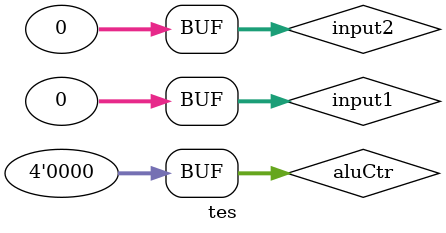
<source format=v>
`timescale 1ns / 1ps


module tes;

	// Inputs
	reg [31:0] input1;
	reg [31:0] input2;
	reg [3:0] aluCtr;

	// Outputs
	wire zero;
	wire [31:0] aluRes;

	// Instantiate the Unit Under Test (UUT)
	Alu uut (
		.input1(input1), 
		.input2(input2), 
		.aluCtr(aluCtr), 
		.zero(zero), 
		.aluRes(aluRes)
	);

	initial begin
		// Initialize Inputs
		input1 = 0;
		input2 = 0;
		aluCtr = 0;

		// Wait 100 ns for global reset to finish
		#100;
        
		// Add stimulus here

	end
      
endmodule


</source>
